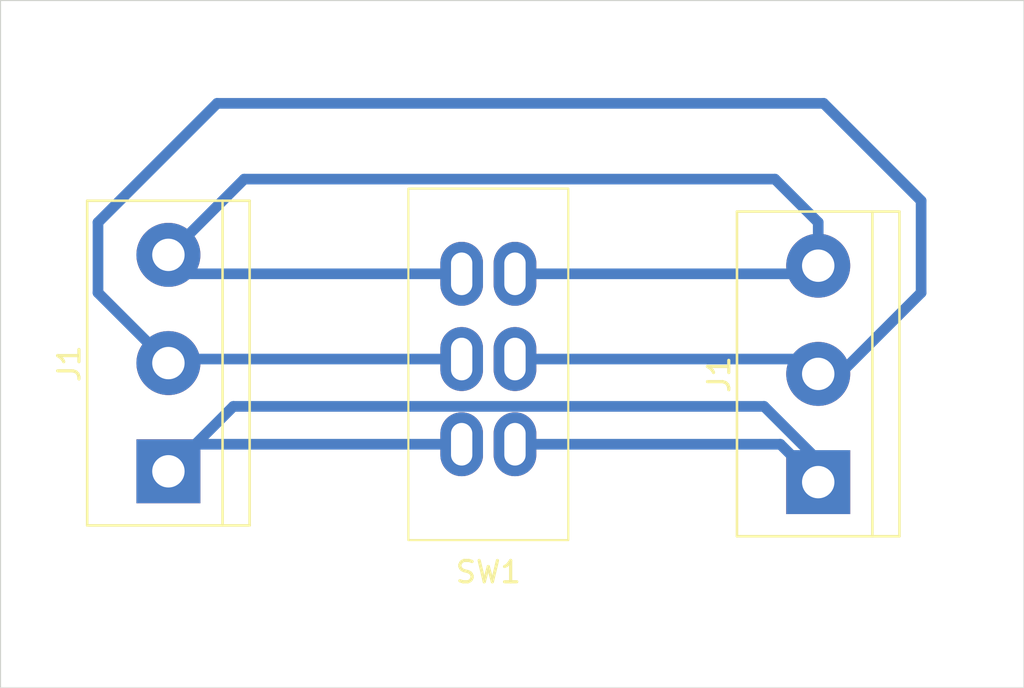
<source format=kicad_pcb>
(kicad_pcb (version 20240108) (generator "pcbnew") (generator_version "8.0")
  (layers (0 "F.Cu" signal) (31 "B.Cu" signal) (34 "B.Paste" user) (35 "F.Paste" user) (36 "B.SilkS" user "B.Silkscreen") (37 "F.SilkS" user "F.Silkscreen") (38 "B.Mask" user) (39 "F.Mask" user) (44 "Edge.Cuts" user))
  (net 0 "")
  (net 1 "Net-(J1-Pin_1)")
  (net 2 "Net-(J1-Pin_3)")
  (net 3 "Net-(J1-Pin_2)")
  (footprint "TerminalBlock:TerminalBlock_bornier-3_P5.08mm" (layer "F.Cu") (at 55.118 53.34 90)
    (property "Reference" "J1" (at 5.05 -4.65 270) (layer "F.SilkS"))
    (property "Value" "Conn_01x03")
    (fp_line (start -2.54 -3.81) (end 12.7 -3.81) (stroke (width 0.12)) (layer "F.SilkS"))
    (fp_line (start -2.54 2.54) (end 12.7 2.54) (stroke (width 0.12)) (layer "F.SilkS"))
    (fp_line (start 12.7 3.81) (end 12.7 -3.81) (stroke (width 0.12)) (layer "F.SilkS"))
    (fp_line (start -2.54 3.81) (end -2.54 -3.81) (stroke (width 0.12)) (layer "F.SilkS"))
    (fp_line (start -2.54 3.81) (end 12.7 3.81) (stroke (width 0.12)) (layer "F.SilkS"))
    (pad "1" thru_hole rect (at 0 0 90) (size 3 3) (drill 1.52) (layers "*.Cu" "*.Mask") (net 1 "Net-(J1-Pin_1)"))
    (pad "2" thru_hole circle (at 5.08 0 90) (size 3 3) (drill 1.52) (layers "*.Cu" "*.Mask") (net 3 "Net-(J1-Pin_2)"))
    (pad "3" thru_hole circle (at 10.16 0 90) (size 3 3) (drill 1.52) (layers "*.Cu" "*.Mask") (net 2 "Net-(J1-Pin_3)"))
  )
  (footprint "footprint:SWITCH_S20203" (layer "F.Cu") (at 39.644 47.562)
    (property "Reference" "SW1" (at 0 10 0) (layer "F.SilkS"))
    (property "Value" "SW_SPDT" (hide yes))
    (fp_rect (start -3.75 -8) (end 3.75 8.5) (stroke (width 0.1)) (fill none) (layer "F.SilkS"))
    (pad "1" thru_hole oval (at -1.25 4) (size 2 3) (drill oval 1 2) (layers "*.Cu" "*.Mask") (net 1 "Net-(J1-Pin_1)"))
    (pad "2" thru_hole oval (at -1.25 0) (size 2 3) (drill oval 1 2) (layers "*.Cu" "*.Mask") (net 3 "Net-(J1-Pin_2)"))
    (pad "3" thru_hole oval (at -1.25 -4) (size 2 3) (drill oval 1 2) (layers "*.Cu" "*.Mask") (net 2 "Net-(J1-Pin_3)"))
    (pad "4" thru_hole oval (at 1.25 4) (size 2 3) (drill oval 1 2) (layers "*.Cu" "*.Mask") (net 1 "Net-(J1-Pin_1)"))
    (pad "5" thru_hole oval (at 1.25 0) (size 2 3) (drill oval 1 2) (layers "*.Cu" "*.Mask") (net 3 "Net-(J1-Pin_2)"))
    (pad "6" thru_hole oval (at 1.25 -4) (size 2 3) (drill oval 1 2) (layers "*.Cu" "*.Mask") (net 2 "Net-(J1-Pin_3)"))
  )
  (footprint "TerminalBlock:TerminalBlock_bornier-3_P5.08mm" (layer "F.Cu") (at 24.638 52.832 90)
    (property "Reference" "J1" (at 5.05 -4.65 270) (layer "F.SilkS"))
    (property "Value" "Conn_01x03")
    (fp_line (start -2.54 -3.81) (end 12.7 -3.81) (stroke (width 0.12)) (layer "F.SilkS"))
    (fp_line (start -2.54 2.54) (end 12.7 2.54) (stroke (width 0.12)) (layer "F.SilkS"))
    (fp_line (start 12.7 3.81) (end 12.7 -3.81) (stroke (width 0.12)) (layer "F.SilkS"))
    (fp_line (start -2.54 3.81) (end -2.54 -3.81) (stroke (width 0.12)) (layer "F.SilkS"))
    (fp_line (start -2.54 3.81) (end 12.7 3.81) (stroke (width 0.12)) (layer "F.SilkS"))
    (pad "1" thru_hole rect (at 0 0 90) (size 3 3) (drill 1.52) (layers "*.Cu" "*.Mask") (net 1 "Net-(J1-Pin_1)"))
    (pad "2" thru_hole circle (at 5.08 0 90) (size 3 3) (drill 1.52) (layers "*.Cu" "*.Mask") (net 3 "Net-(J1-Pin_2)"))
    (pad "3" thru_hole circle (at 10.16 0 90) (size 3 3) (drill 1.52) (layers "*.Cu" "*.Mask") (net 2 "Net-(J1-Pin_3)"))
  )
  (gr_rect (start 16.764 30.734) (end 64.77 62.992) (stroke (width 0.05)) (fill none) (layer "Edge.Cuts"))
  (segment (start 25.908 51.562) (end 24.638 52.832) (width 0.5) (layer "B.Cu") (net 1))
  (segment (start 38.394 51.562) (end 25.908 51.562) (width 0.5) (layer "B.Cu") (net 1))
  (segment (start 53.34 51.562) (end 55.118 53.34) (width 0.5) (layer "B.Cu") (net 1))
  (segment (start 27.686 49.784) (end 52.578 49.784) (width 0.5) (layer "B.Cu") (net 1))
  (segment (start 55.118 52.324) (end 55.118 53.34) (width 0.5) (layer "B.Cu") (net 1))
  (segment (start 52.578 49.784) (end 55.118 52.324) (width 0.5) (layer "B.Cu") (net 1))
  (segment (start 40.894 51.562) (end 53.34 51.562) (width 0.5) (layer "B.Cu") (net 1))
  (segment (start 24.638 52.832) (end 27.686 49.784) (width 0.5) (layer "B.Cu") (net 1))
  (segment (start 55.118 41.148) (end 55.118 43.18) (width 0.5) (layer "B.Cu") (net 2))
  (segment (start 28.194 39.116) (end 53.086 39.116) (width 0.5) (layer "B.Cu") (net 2))
  (segment (start 38.394 43.562) (end 25.528 43.562) (width 0.5) (layer "B.Cu") (net 2))
  (segment (start 25.528 43.562) (end 24.638 42.672) (width 0.5) (layer "B.Cu") (net 2))
  (segment (start 40.894 43.562) (end 54.736 43.562) (width 0.5) (layer "B.Cu") (net 2))
  (segment (start 54.736 43.562) (end 55.118 43.18) (width 0.5) (layer "B.Cu") (net 2))
  (segment (start 24.638 42.672) (end 28.194 39.116) (width 0.5) (layer "B.Cu") (net 2))
  (segment (start 53.086 39.116) (end 55.118 41.148) (width 0.5) (layer "B.Cu") (net 2))
  (segment (start 59.944 44.45) (end 56.134 48.26) (width 0.5) (layer "B.Cu") (net 3))
  (segment (start 55.372 35.56) (end 59.944 40.132) (width 0.5) (layer "B.Cu") (net 3))
  (segment (start 24.638 47.752) (end 21.336 44.45) (width 0.5) (layer "B.Cu") (net 3))
  (segment (start 21.336 44.45) (end 21.336 41.148) (width 0.5) (layer "B.Cu") (net 3))
  (segment (start 56.134 48.26) (end 55.118 48.26) (width 0.5) (layer "B.Cu") (net 3))
  (segment (start 26.924 35.56) (end 55.372 35.56) (width 0.5) (layer "B.Cu") (net 3))
  (segment (start 38.394 47.562) (end 24.828 47.562) (width 0.5) (layer "B.Cu") (net 3))
  (segment (start 40.894 47.562) (end 54.42 47.562) (width 0.5) (layer "B.Cu") (net 3))
  (segment (start 21.336 41.148) (end 26.924 35.56) (width 0.5) (layer "B.Cu") (net 3))
  (segment (start 54.42 47.562) (end 55.118 48.26) (width 0.5) (layer "B.Cu") (net 3))
  (segment (start 59.944 40.132) (end 59.944 44.45) (width 0.5) (layer "B.Cu") (net 3))
  (segment (start 24.828 47.562) (end 24.638 47.752) (width 0.5) (layer "B.Cu") (net 3))
)
</source>
